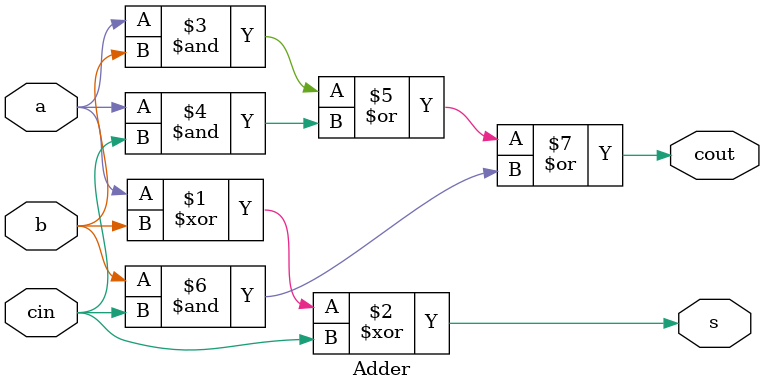
<source format=v>
 module Adder(
     input   a,
     input   b,
     input cin,
     output    s,
     output cout );

    assign s = a ^ b ^ cin;
    assign cout = (a & b)  |  (a & cin)  |  (b & cin);
endmodule
</source>
